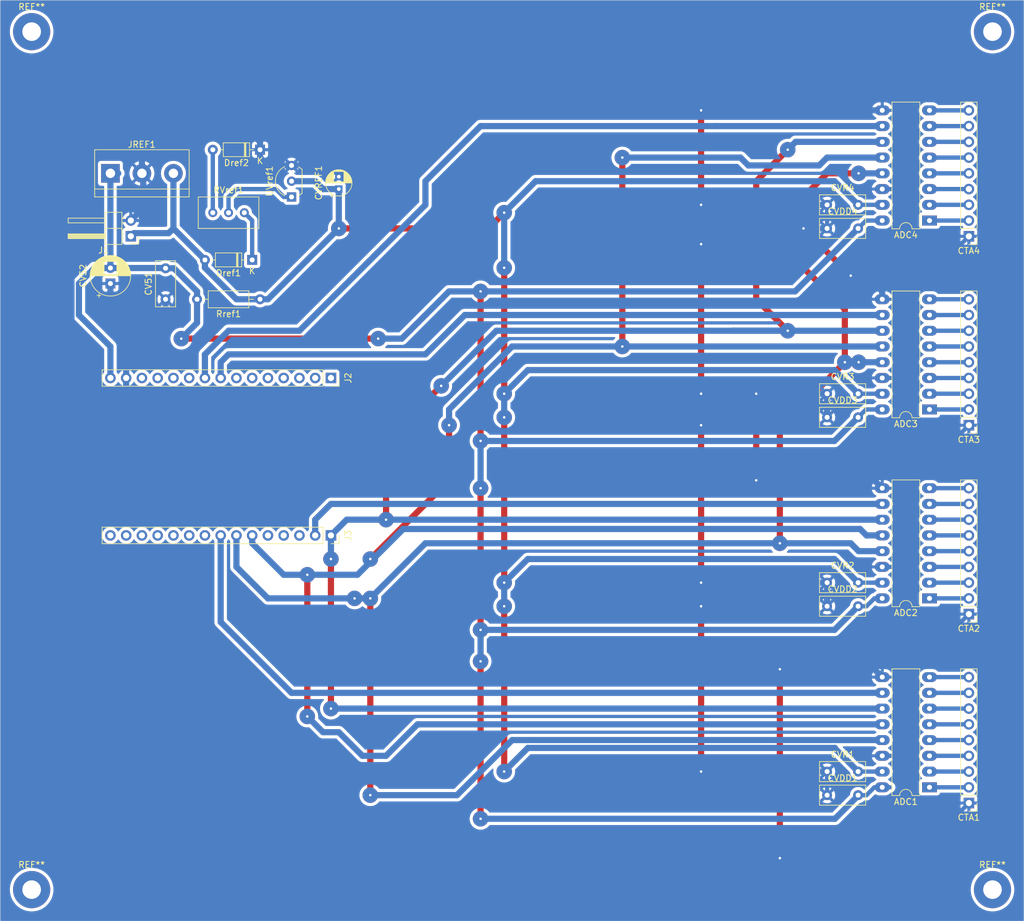
<source format=kicad_pcb>
(kicad_pcb (version 20240108) (generator "pcbnew") (generator_version "8.0")
  (layers (0 "F.Cu" signal) (31 "B.Cu" signal) (34 "B.Paste" user) (35 "F.Paste" user) (36 "B.SilkS" user "B.Silkscreen") (37 "F.SilkS" user "F.Silkscreen") (38 "B.Mask" user) (39 "F.Mask" user) (44 "Edge.Cuts" user))
  (net 0 "")
  (net 1 "/VDD")
  (net 2 "Net-(ADC1-CH7)")
  (net 3 "/Vref")
  (net 4 "Net-(ADC1-CH0)")
  (net 5 "GND")
  (net 6 "Net-(ADC1-CH5)")
  (net 7 "Net-(ADC1-CH3)")
  (net 8 "Net-(ADC1-CH6)")
  (net 9 "Net-(ADC1-CH2)")
  (net 10 "Net-(ADC1-CH1)")
  (net 11 "Net-(ADC1-CH4)")
  (net 12 "Net-(ADC2-CH1)")
  (net 13 "Net-(ADC2-CH6)")
  (net 14 "Net-(ADC2-CH4)")
  (net 15 "/CLK")
  (net 16 "/MISO")
  (net 17 "/MOSI")
  (net 18 "/CS1")
  (net 19 "Net-(ADC2-CH3)")
  (net 20 "Net-(ADC2-CH2)")
  (net 21 "Net-(ADC2-CH5)")
  (net 22 "Net-(ADC2-CH0)")
  (net 23 "Net-(ADC2-CH7)")
  (net 24 "Net-(ADC3-CH0)")
  (net 25 "/CS2")
  (net 26 "Net-(ADC3-CH5)")
  (net 27 "Net-(ADC3-CH3)")
  (net 28 "Net-(ADC3-CH2)")
  (net 29 "Net-(ADC3-CH6)")
  (net 30 "Net-(ADC3-CH1)")
  (net 31 "Net-(ADC3-CH7)")
  (net 32 "Net-(ADC3-CH4)")
  (net 33 "Net-(ADC4-CH0)")
  (net 34 "/CS3")
  (net 35 "Net-(ADC4-CH5)")
  (net 36 "Net-(ADC4-CH1)")
  (net 37 "Net-(ADC4-CH2)")
  (net 38 "Net-(ADC4-CH7)")
  (net 39 "Net-(ADC4-CH6)")
  (net 40 "Net-(ADC4-CH4)")
  (net 41 "Net-(ADC4-CH3)")
  (net 42 "Net-(Dref1-K)")
  (net 43 "/CS4")
  (net 44 "Net-(Dref2-A)")
  (net 66 "Net-(UVref1-ADJ)")
  (footprint "Package_DIP:DIP-16_W7.62mm_LongPads" (layer "F.Cu") (at 170.18 140.97 180)
    (property "Reference" "ADC1")
    (property "Value" "MCP3208")
  )
  (footprint "Capacitor_THT:C_Rect_L7.2mm_W3.0mm_P5.00mm_FKS2_FKP2_MKS2_MKP2" (layer "F.Cu") (at 46.99 62.23 90)
    (property "Reference" "CV51")
    (property "Value" "100n")
  )
  (footprint "Connector_PinSocket_2.54mm:PinSocket_1x15_P2.54mm_Vertical" (layer "F.Cu") (at 73.66 74.93 -90)
    (property "Reference" "J2")
    (property "Value" "Conn_01x15_Female")
  )
  (footprint "Connector_PinSocket_2.54mm:PinSocket_1x15_P2.54mm_Vertical" (layer "F.Cu") (at 73.66 100.33 -90)
    (property "Reference" "J3")
    (property "Value" "Conn_01x15_Female")
  )
  (footprint "Potentiometer_THT:Potentiometer_Bourns_3296W_Vertical" (layer "F.Cu") (at 59.69 48.26)
    (property "Reference" "RVref1")
    (property "Value" "R_POT")
  )
  (footprint "Package_TO_SOT_THT:TO-92L_Inline_Wide" (layer "F.Cu") (at 67.31 45.72 90)
    (property "Reference" "UVref1")
    (property "Value" "LM336")
  )
  (footprint "Resistor_THT:R_Axial_DIN0207_L6.3mm_D2.5mm_P10.16mm_Horizontal" (layer "F.Cu") (at 62.23 62.23 180)
    (property "Reference" "Rref1")
    (property "Value" "2.5k")
  )
  (footprint "Diode_THT:D_DO-35_SOD27_P7.62mm_Horizontal" (layer "F.Cu") (at 62.23 38.1 180)
    (property "Reference" "Dref2")
    (property "Value" "1N4148")
  )
  (footprint "Diode_THT:D_DO-35_SOD27_P7.62mm_Horizontal" (layer "F.Cu") (at 60.96 55.88 180)
    (property "Reference" "Dref1")
    (property "Value" "1N4148")
  )
  (footprint "Package_DIP:DIP-16_W7.62mm_LongPads" (layer "F.Cu") (at 170.18 110.49 180)
    (property "Reference" "ADC2")
    (property "Value" "MCP3208")
  )
  (footprint "Package_DIP:DIP-16_W7.62mm_LongPads" (layer "F.Cu") (at 170.18 80.01 180)
    (property "Reference" "ADC3")
    (property "Value" "MCP3208")
  )
  (footprint "Package_DIP:DIP-16_W7.62mm_LongPads" (layer "F.Cu") (at 170.18 49.53 180)
    (property "Reference" "ADC4")
    (property "Value" "MCP3208")
  )
  (footprint "Capacitor_THT:C_Rect_L7.2mm_W3.0mm_P5.00mm_FKS2_FKP2_MKS2_MKP2" (layer "F.Cu") (at 153.67 142.24)
    (property "Reference" "CVDD1")
    (property "Value" "100n")
  )
  (footprint "Capacitor_THT:C_Rect_L7.2mm_W3.0mm_P5.00mm_FKS2_FKP2_MKS2_MKP2" (layer "F.Cu") (at 153.67 111.76)
    (property "Reference" "CVDD2")
    (property "Value" "100n")
  )
  (footprint "Capacitor_THT:C_Rect_L7.2mm_W3.0mm_P5.00mm_FKS2_FKP2_MKS2_MKP2" (layer "F.Cu") (at 153.67 81.28)
    (property "Reference" "CVDD3")
    (property "Value" "100n")
  )
  (footprint "Capacitor_THT:C_Rect_L7.2mm_W3.0mm_P5.00mm_FKS2_FKP2_MKS2_MKP2" (layer "F.Cu") (at 153.67 50.8)
    (property "Reference" "CVDD4")
    (property "Value" "100n")
  )
  (footprint "Capacitor_THT:C_Rect_L7.2mm_W3.0mm_P5.00mm_FKS2_FKP2_MKS2_MKP2" (layer "F.Cu") (at 153.67 107.95)
    (property "Reference" "CVR2")
    (property "Value" "100n")
  )
  (footprint "Capacitor_THT:C_Rect_L7.2mm_W3.0mm_P5.00mm_FKS2_FKP2_MKS2_MKP2" (layer "F.Cu") (at 153.67 77.47)
    (property "Reference" "CVR3")
    (property "Value" "100n")
  )
  (footprint "Capacitor_THT:C_Rect_L7.2mm_W3.0mm_P5.00mm_FKS2_FKP2_MKS2_MKP2" (layer "F.Cu") (at 153.67 46.99)
    (property "Reference" "CVR4")
    (property "Value" "100n")
  )
  (footprint "Capacitor_THT:CP_Radial_D4.0mm_P2.00mm" (layer "F.Cu") (at 74.93 44.45 90)
    (property "Reference" "CVREF1")
    (property "Value" "1u")
  )
  (footprint "Capacitor_THT:C_Rect_L7.2mm_W3.0mm_P5.00mm_FKS2_FKP2_MKS2_MKP2" (layer "F.Cu") (at 153.67 138.43)
    (property "Reference" "CVR1")
    (property "Value" "100n")
  )
  (footprint "TerminalBlock:TerminalBlock_bornier-3_P5.08mm" (layer "F.Cu") (at 38.1 41.91)
    (property "Reference" "JREF1")
    (property "Value" "Conn_01x03")
  )
  (footprint "Connector_PinHeader_2.54mm:PinHeader_1x09_P2.54mm_Vertical" (layer "F.Cu") (at 176.53 143.51 180)
    (property "Reference" "CTA1")
    (property "Value" "Conn_01x09")
  )
  (footprint "Connector_PinHeader_2.54mm:PinHeader_1x09_P2.54mm_Vertical" (layer "F.Cu") (at 176.53 113.03 180)
    (property "Reference" "CTA2")
    (property "Value" "Conn_01x09")
  )
  (footprint "Connector_PinHeader_2.54mm:PinHeader_1x09_P2.54mm_Vertical" (layer "F.Cu") (at 176.53 82.55 180)
    (property "Reference" "CTA3")
    (property "Value" "Conn_01x09")
  )
  (footprint "Connector_PinHeader_2.54mm:PinHeader_1x09_P2.54mm_Vertical" (layer "F.Cu") (at 176.53 52.07 180)
    (property "Reference" "CTA4")
    (property "Value" "Conn_01x09")
  )
  (footprint "Capacitor_THT:CP_Radial_D6.3mm_P2.50mm" (layer "F.Cu") (at 38.1 59.69 90)
    (property "Reference" "CV52")
    (property "Value" "100u")
  )
  (footprint "MountingHole:MountingHole_3mm_Pad" (layer "F.Cu") (at 180.34 157.48)
    (property "Reference" "REF**")
    (property "Value" "MountingHole_3mm_Pad")
  )
  (footprint "MountingHole:MountingHole_3mm_Pad" (layer "F.Cu") (at 180.34 19.05)
    (property "Reference" "REF**")
    (property "Value" "MountingHole_3mm_Pad")
  )
  (footprint "MountingHole:MountingHole_3mm_Pad" (layer "F.Cu") (at 25.4 19.05)
    (property "Reference" "REF**")
    (property "Value" "MountingHole_3mm_Pad")
  )
  (footprint "MountingHole:MountingHole_3mm_Pad" (layer "F.Cu") (at 25.4 157.48)
    (property "Reference" "REF**")
    (property "Value" "MountingHole_3mm_Pad")
  )
  (footprint "Connector_PinHeader_2.54mm:PinHeader_1x02_P2.54mm_Horizontal" (layer "F.Cu") (at 41.39 52.06 180)
    (property "Reference" "J1")
    (property "Value" "Conn_01x02")
  )
  (gr_rect (start 20.32 13.97) (end 185.42 162.56) (stroke (width 0.05)) (fill none) (layer "Edge.Cuts"))
  (segment (start 97.79 60.96) (end 97.79 85.09) (width 1) (layer "F.Cu") (net 1))
  (segment (start 97.79 120.65) (end 97.79 146.05) (width 1) (layer "F.Cu") (net 1))
  (segment (start 97.79 111.76) (end 97.79 115.57) (width 1) (layer "F.Cu") (net 1))
  (segment (start 49.53 68.58) (end 81.28 68.58) (width 1) (layer "F.Cu") (net 1))
  (segment (start 97.79 92.71) (end 97.79 111.76) (width 1) (layer "F.Cu") (net 1))
  (via (at 97.79 92.71) (size 2.5) (drill 0.4) (layers "F.Cu" "B.Cu") (net 1))
  (via (at 81.28 68.58) (size 2.5) (drill 0.4) (layers "F.Cu" "B.Cu") (net 1))
  (via (at 97.79 85.09) (size 2.5) (drill 0.4) (layers "F.Cu" "B.Cu") (net 1))
  (via (at 97.79 120.65) (size 2.5) (drill 0.4) (layers "F.Cu" "B.Cu") (net 1))
  (via (at 97.79 146.05) (size 2.5) (drill 0.4) (layers "F.Cu" "B.Cu") (net 1))
  (via (at 49.53 68.58) (size 2.5) (drill 0.4) (layers "F.Cu" "B.Cu") (net 1))
  (via (at 97.79 60.96) (size 2.5) (drill 0.4) (layers "F.Cu" "B.Cu") (net 1))
  (via (at 97.79 115.57) (size 2.5) (drill 0.4) (layers "F.Cu" "B.Cu") (net 1))
  (segment (start 52.07 66.04) (end 49.53 68.58) (width 1) (layer "B.Cu") (net 1))
  (segment (start 159.94 80.01) (end 158.67 81.28) (width 0.7) (layer "B.Cu") (net 1))
  (segment (start 38.1 43.18) (end 39.37 41.91) (width 1) (layer "B.Cu") (net 1))
  (segment (start 48.34 57.23) (end 52.07 60.96) (width 1) (layer "B.Cu") (net 1))
  (segment (start 97.79 60.96) (end 148.51 60.96) (width 1) (layer "B.Cu") (net 1))
  (segment (start 38.1 74.93) (end 38.1 69.85) (width 1) (layer "B.Cu") (net 1))
  (segment (start 33.02 64.77) (end 33.02 59.69) (width 1) (layer "B.Cu") (net 1))
  (segment (start 52.07 62.23) (end 52.07 66.04) (width 1) (layer "B.Cu") (net 1))
  (segment (start 81.28 68.58) (end 85.09 68.58) (width 1) (layer "B.Cu") (net 1))
  (segment (start 52.07 60.96) (end 52.07 62.23) (width 1) (layer "B.Cu") (net 1))
  (segment (start 154.86 115.57) (end 158.67 111.76) (width 1) (layer "B.Cu") (net 1))
  (segment (start 162.56 49.53) (end 159.94 49.53) (width 0.7) (layer "B.Cu") (net 1))
  (segment (start 46.99 57.23) (end 48.34 57.23) (width 1) (layer "B.Cu") (net 1))
  (segment (start 97.79 85.09) (end 97.79 92.71) (width 1) (layer "B.Cu") (net 1))
  (segment (start 148.51 60.96) (end 158.67 50.8) (width 1) (layer "B.Cu") (net 1))
  (segment (start 162.56 110.49) (end 161.29 110.49) (width 0.7) (layer "B.Cu") (net 1))
  (segment (start 162.56 80.01) (end 159.94 80.01) (width 0.7) (layer "B.Cu") (net 1))
  (segment (start 92.71 60.96) (end 97.79 60.96) (width 1) (layer "B.Cu") (net 1))
  (segment (start 154.86 85.09) (end 158.67 81.28) (width 1) (layer "B.Cu") (net 1))
  (segment (start 161.29 110.49) (end 160.02 111.76) (width 0.7) (layer "B.Cu") (net 1))
  (segment (start 160.02 111.76) (end 158.67 111.76) (width 0.7) (layer "B.Cu") (net 1))
  (segment (start 97.79 115.57) (end 154.86 115.57) (width 1) (layer "B.Cu") (net 1))
  (segment (start 85.09 68.58) (end 92.71 60.96) (width 1) (layer "B.Cu") (net 1))
  (segment (start 38.1 69.85) (end 33.02 64.77) (width 1) (layer "B.Cu") (net 1))
  (segment (start 38.1 57.19) (end 38.1 41.91) (width 1) (layer "B.Cu") (net 1))
  (segment (start 46.95 57.19) (end 46.99 57.23) (width 1) (layer "B.Cu") (net 1))
  (segment (start 159.94 49.53) (end 158.67 50.8) (width 0.7) (layer "B.Cu") (net 1))
  (segment (start 97.79 146.05) (end 154.94 146.05) (width 1) (layer "B.Cu") (net 1))
  (segment (start 158.67 142.32) (end 158.67 142.24) (width 1) (layer "B.Cu") (net 1))
  (segment (start 163.83 140.97) (end 162.56 140.97) (width 0.7) (layer "B.Cu") (net 1))
  (segment (start 161.29 140.97) (end 160.02 142.24) (width 0.7) (layer "B.Cu") (net 1))
  (segment (start 97.79 85.09) (end 154.86 85.09) (width 1) (layer "B.Cu") (net 1))
  (segment (start 154.94 146.05) (end 158.67 142.32) (width 1) (layer "B.Cu") (net 1))
  (segment (start 97.79 115.57) (end 97.79 120.65) (width 1) (layer "B.Cu") (net 1))
  (segment (start 33.02 59.69) (end 35.52 57.19) (width 1) (layer "B.Cu") (net 1))
  (segment (start 38.1 57.19) (end 46.95 57.19) (width 1) (layer "B.Cu") (net 1))
  (segment (start 35.52 57.19) (end 38.1 57.19) (width 1) (layer "B.Cu") (net 1))
  (segment (start 162.56 140.97) (end 161.29 140.97) (width 0.7) (layer "B.Cu") (net 1))
  (segment (start 160.02 142.24) (end 158.67 142.24) (width 0.7) (layer "B.Cu") (net 1))
  (segment (start 170.18 123.19) (end 176.53 123.19) (width 0.7) (layer "B.Cu") (net 2))
  (segment (start 74.93 50.8) (end 99.06 50.8) (width 1) (layer "F.Cu") (net 3))
  (segment (start 101.6 111.76) (end 101.6 138.43) (width 1) (layer "F.Cu") (net 3))
  (segment (start 101.6 57.15) (end 101.6 77.47) (width 1) (layer "F.Cu") (net 3))
  (segment (start 101.6 81.28) (end 101.6 107.95) (width 1) (layer "F.Cu") (net 3))
  (segment (start 99.06 50.8) (end 101.6 48.26) (width 1) (layer "F.Cu") (net 3))
  (via (at 101.6 48.26) (size 2.5) (drill 0.4) (layers "F.Cu" "B.Cu") (net 3))
  (via (at 101.6 81.28) (size 2.5) (drill 0.4) (layers "F.Cu" "B.Cu") (net 3))
  (via (at 101.6 57.15) (size 2.5) (drill 0.4) (layers "F.Cu" "B.Cu") (net 3))
  (via (at 101.6 77.47) (size 2.5) (drill 0.4) (layers "F.Cu" "B.Cu") (net 3))
  (via (at 101.6 111.76) (size 2.5) (drill 0.4) (layers "F.Cu" "B.Cu") (net 3))
  (via (at 101.6 107.95) (size 2.5) (drill 0.4) (layers "F.Cu" "B.Cu") (net 3))
  (via (at 74.93 50.8) (size 2.5) (drill 0.4) (layers "F.Cu" "B.Cu") (net 3))
  (via (at 101.6 138.43) (size 2.5) (drill 0.4) (layers "F.Cu" "B.Cu") (net 3))
  (segment (start 101.6 48.26) (end 101.6 57.15) (width 1) (layer "B.Cu") (net 3))
  (segment (start 41.89 51.56) (end 47.5 51.56) (width 1) (layer "B.Cu") (net 3))
  (segment (start 53.34 55.88) (end 48.26 50.8) (width 1) (layer "B.Cu") (net 3))
  (segment (start 154.94 134.7) (end 158.67 138.43) (width 1) (layer "B.Cu") (net 3))
  (segment (start 47.5 51.56) (end 48.26 50.8) (width 1) (layer "B.Cu") (net 3))
  (segment (start 71.12 43.18) (end 72.39 44.45) (width 1) (layer "B.Cu") (net 3))
  (segment (start 105.41 134.62) (end 154.94 134.62) (width 1) (layer "B.Cu") (net 3))
  (segment (start 101.6 107.95) (end 105.41 104.14) (width 1) (layer "B.Cu") (net 3))
  (segment (start 101.6 77.47) (end 105.41 73.66) (width 1) (layer "B.Cu") (net 3))
  (segment (start 105.41 73.66) (end 154.86 73.66) (width 1) (layer "B.Cu") (net 3))
  (segment (start 62.23 62.23) (end 58.42 62.23) (width 1) (layer "B.Cu") (net 3))
  (segment (start 154.86 73.66) (end 158.67 77.47) (width 1) (layer "B.Cu") (net 3))
  (segment (start 101.6 107.95) (end 101.6 111.76) (width 1) (layer "B.Cu") (net 3))
  (segment (start 53.34 57.15) (end 53.34 55.88) (width 1) (layer "B.Cu") (net 3))
  (segment (start 162.56 107.95) (end 161.29 107.95) (width 0.7) (layer "B.Cu") (net 3))
  (segment (start 105.41 104.14) (end 154.86 104.14) (width 1) (layer "B.Cu") (net 3))
  (segment (start 74.93 44.45) (end 74.93 50.8) (width 1) (layer "B.Cu") (net 3))
  (segment (start 161.29 107.95) (end 158.67 107.95) (width 0.7) (layer "B.Cu") (net 3))
  (segment (start 48.26 50.8) (end 48.26 41.91) (width 1) (layer "B.Cu") (net 3))
  (segment (start 63.5 62.23) (end 62.23 62.23) (width 1) (layer "B.Cu") (net 3))
  (segment (start 41.39 52.06) (end 41.89 51.56) (width 1) (layer "B.Cu") (net 3))
  (segment (start 58.42 62.23) (end 53.34 57.15) (width 1) (layer "B.Cu") (net 3))
  (segment (start 74.93 50.8) (end 63.5 62.23) (width 1) (layer "B.Cu") (net 3))
  (segment (start 72.39 44.45) (end 74.93 44.45) (width 1) (layer "B.Cu") (net 3))
  (segment (start 154.86 43.18) (end 158.67 46.99) (width 1) (layer "B.Cu") (net 3))
  (segment (start 106.68 43.18) (end 154.86 43.18) (width 1) (layer "B.Cu") (net 3))
  (segment (start 101.6 138.43) (end 105.41 134.62) (width 1) (layer "B.Cu") (net 3))
  (segment (start 154.86 104.14) (end 158.67 107.95) (width 1) (layer "B.Cu") (net 3))
  (segment (start 67.31 43.18) (end 71.12 43.18) (width 1) (layer "B.Cu") (net 3))
  (segment (start 162.56 46.99) (end 158.67 46.99) (width 0.7) (layer "B.Cu") (net 3))
  (segment (start 162.56 77.47) (end 158.67 77.47) (width 0.7) (layer "B.Cu") (net 3))
  (segment (start 101.6 48.26) (end 106.68 43.18) (width 1) (layer "B.Cu") (net 3))
  (segment (start 162.56 138.43) (end 158.67 138.43) (width 0.7) (layer "B.Cu") (net 3))
  (segment (start 101.6 77.47) (end 101.6 81.28) (width 1) (layer "B.Cu") (net 3))
  (segment (start 154.94 134.62) (end 154.94 134.7) (width 1) (layer "B.Cu") (net 3))
  (segment (start 176.53 140.97) (end 170.18 140.97) (width 0.7) (layer "B.Cu") (net 4))
  (segment (start 133.35 31.75) (end 133.35 46.99) (width 1) (layer "F.Cu") (net 5))
  (segment (start 142.24 77.47) (end 142.24 91.44) (width 1) (layer "F.Cu") (net 5))
  (segment (start 133.35 82.55) (end 133.35 91.44) (width 1) (layer "F.Cu") (net 5))
  (segment (start 133.35 91.44) (end 133.35 107.95) (width 1) (layer "F.Cu") (net 5))
  (segment (start 149.86 50.8) (end 157.48 58.42) (width 1) (layer "F.Cu") (net 5))
  (segment (start 146.05 152.4) (end 146.05 121.92) (width 1) (layer "F.Cu") (net 5))
  (segment (start 133.35 53.34) (end 133.35 77.47) (width 1) (layer "F.Cu") (net 5))
  (segment (start 133.35 111.76) (end 133.35 138.43) (width 1) (layer "F.Cu") (net 5))
  (via (at 133.35 111.76) (size 2.5) (drill 0.4) (layers "F.Cu" "B.Cu") (net 5))
  (via (at 133.35 77.47) (size 2.5) (drill 0.4) (layers "F.Cu" "B.Cu") (net 5))
  (via (at 142.24 91.44) (size 2.5) (drill 0.4) (layers "F.Cu" "B.Cu") (net 5))
  (via (at 157.48 58.42) (size 2.5) (drill 0.4) (layers "F.Cu" "B.Cu") (net 5))
  (via (at 133.35 53.34) (size 2.5) (drill 0.4) (layers "F.Cu" "B.Cu") (net 5))
  (via (at 149.86 50.8) (size 2.5) (drill 0.4) (layers "F.Cu" "B.Cu") (net 5))
  (via (at 133.35 46.99) (size 2.5) (drill 0.4) (layers "F.Cu" "B.Cu") (net 5))
  (via (at 133.35 82.55) (size 2.5) (drill 0.4) (layers "F.Cu" "B.Cu") (net 5))
  (via (at 133.35 31.75) (size 2.5) (drill 0.4) (layers "F.Cu" "B.Cu") (net 5))
  (via (at 133.35 138.43) (size 2.5) (drill 0.4) (layers "F.Cu" "B.Cu") (net 5))
  (via (at 146.05 152.4) (size 2.5) (drill 0.4) (layers "F.Cu" "B.Cu") (net 5))
  (via (at 133.35 107.95) (size 2.5) (drill 0.4) (layers "F.Cu" "B.Cu") (net 5))
  (via (at 146.05 121.92) (size 2.5) (drill 0.4) (layers "F.Cu" "B.Cu") (net 5))
  (via (at 142.24 77.47) (size 2.5) (drill 0.4) (layers "F.Cu" "B.Cu") (net 5))
  (segment (start 40.64 74.93) (end 40.64 71.12) (width 1) (layer "B.Cu") (net 5))
  (segment (start 31.819991 76.269991) (end 31.819991 82.480009) (width 1) (layer "B.Cu") (net 5))
  (segment (start 62.23 38.1) (end 62.23 39.37) (width 1) (layer "B.Cu") (net 5))
  (segment (start 41.39 49.52) (end 43.39 47.52) (width 1) (layer "B.Cu") (net 5))
  (segment (start 167.64 146.05) (end 166.37 144.78) (width 0.7) (layer "B.Cu") (net 5))
  (segment (start 40.64 71.12) (end 46.99 64.77) (width 1) (layer "B.Cu") (net 5))
  (segment (start 133.35 107.95) (end 133.35 111.76) (width 1) (layer "B.Cu") (net 5))
  (segment (start 44.45 35.56) (end 60.96 35.56) (width 1) (layer "B.Cu") (net 5))
  (segment (start 35.56 80.01) (end 31.819991 76.269991) (width 1) (layer "B.Cu") (net 5))
  (segment (start 173.99 115.57) (end 167.64 115.57) (width 0.7) (layer "B.Cu") (net 5))
  (segment (start 43.18 41.91) (end 43.18 35.56) (width 1) (layer "B.Cu") (net 5))
  (segment (start 153.67 142.24) (end 153.67 138.43) (width 0.7) (layer "B.Cu") (net 5))
  (segment (start 142.24 91.44) (end 161.29 91.44) (width 1) (layer "B.Cu") (net 5))
  (segment (start 167.64 54.61) (end 166.37 53.34) (width 0.7) (layer "B.Cu") (net 5))
  (segment (start 176.53 82.55) (end 173.99 85.09) (width 0.7) (layer "B.Cu") (net 5))
  (segment (start 67.31 40.64) (end 73.66 40.64) (width 1) (layer "B.Cu") (net 5))
  (segment (start 166.37 106.68) (end 165.1 105.41) (width 0.7) (layer "B.Cu") (net 5))
  (segment (start 38.1 62.23) (end 38.1 59.69) (width 1) (layer "B.Cu") (net 5))
  (segment (start 81.28 152.4) (end 146.05 152.4) (width 1) (layer "B.Cu") (net 5))
  (segment (start 46.99 64.77) (end 46.99 62.23) (width 1) (layer "B.Cu") (net 5))
  (segment (start 166.37 144.78) (end 166.37 137.16) (width 0.7) (layer "B.Cu") (net 5))
  (segment (start 166.37 45.72) (end 165.1 44.45) (width 0.7) (layer "B.Cu") (net 5))
  (segment (start 166.37 53.34) (end 166.37 45.72) (width 0.7) (layer "B.Cu") (net 5))
  (segment (start 43.39 42.12) (end 43.18 41.91) (width 1) (layer "B.Cu") (net 5))
  (segment (start 31.819991 76.269991) (end 31.819991 39.300009) (width 1) (layer "B.Cu") (net 5))
  (segment (start 165.1 105.41) (end 162.56 105.41) (width 0.7) (layer "B.Cu") (net 5))
  (segment (start 162.56 60.96) (end 162.56 62.23) (width 1) (layer "B.Cu") (net 5))
  (segment (start 161.29 91.44) (end 162.56 92.71) (width 1) (layer "B.Cu") (net 5))
  (segment (start 166.37 114.3) (end 166.37 106.68) (width 0.7) (layer "B.Cu") (net 5))
  (segment (start 74.93 41.91) (end 74.93 42.45) (width 1) (layer "B.Cu") (net 5))
  (segment (start 35.56 35.56) (end 43.18 35.56) (width 1) (layer "B.Cu") (net 5))
  (segment (start 176.53 143.51) (end 173.99 146.05) (width 0.7) (layer "B.Cu") (net 5))
  (segment (start 153.67 81.28) (end 153.67 77.47) (width 1) (layer "B.Cu") (net 5))
  (segment (start 167.64 115.57) (end 166.37 114.3) (width 0.7) (layer "B.Cu") (net 5))
  (segment (start 31.819991 39.300009) (end 35.56 35.56) (width 1) (layer "B.Cu") (net 5))
  (segment (start 161.29 121.92) (end 162.56 123.19) (width 1) (layer "B.Cu") (net 5))
  (segment (start 39.37 80.01) (end 35.56 80.01) (width 1) (layer "B.Cu") (net 5))
  (segment (start 31.75 100.33) (end 31.75 102.87) (width 1) (layer "B.Cu") (net 5))
  (segment (start 176.53 52.07) (end 173.99 54.61) (width 0.7) (layer "B.Cu") (net 5))
  (segment (start 173.99 85.09) (end 167.64 85.09) (width 0.7) (layer "B.Cu") (net 5))
  (segment (start 60.96 35.56) (end 62.23 36.83) (width 1) (layer "B.Cu") (net 5))
  (segment (start 40.64 64.77) (end 38.1 62.23) (width 1) (layer "B.Cu") (net 5))
  (segment (start 133.35 46.99) (end 153.67 46.99) (width 1) (layer "B.Cu") (net 5))
  (segment (start 40.64 74.93) (end 40.64 78.74) (width 1) (layer "B.Cu") (net 5))
  (segment (start 133.35 77.47) (end 142.24 77.47) (width 1) (layer "B.Cu") (net 5))
  (segment (start 87.63 31.75) (end 133.35 31.75) (width 1) (layer "B.Cu") (net 5))
  (segment (start 31.819991 82.480009) (end 31.75 82.55) (width 1) (layer "B.Cu") (net 5))
  (segment (start 43.18 35.56) (end 44.45 35.56) (width 1) (layer "B.Cu") (net 5))
  (segment (start 165.1 135.89) (end 162.56 135.89) (width 0.7) (layer "B.Cu") (net 5))
  (segment (start 133.35 138.43) (end 153.67 138.43) (width 1) (layer "B.Cu") (net 5))
  (segment (start 43.39 47.52) (end 43.39 42.12) (width 1) (layer "B.Cu") (net 5))
  (segment (start 166.37 83.82) (end 166.37 76.2) (width 0.7) (layer "B.Cu") (net 5))
  (segment (start 166.37 76.2) (end 165.1 74.93) (width 0.7) (layer "B.Cu") (net 5))
  (segment (start 142.24 77.47) (end 153.67 77.47) (width 1) (layer "B.Cu") (net 5))
  (segment (start 40.64 71.12) (end 40.64 64.77) (width 1) (layer "B.Cu") (net 5))
  (segment (start 176.53 113.03) (end 173.99 115.57) (width 0.7) (layer "B.Cu") (net 5))
  (segment (start 157.48 58.42) (end 160.02 58.42) (width 1) (layer "B.Cu") (net 5))
  (segment (start 153.67 50.8) (end 153.67 46.99) (width 0.7) (layer "B.Cu") (net 5))
  (segment (start 160.02 58.42) (end 162.56 60.96) (width 1) (layer "B.Cu") (net 5))
  (segment (start 31.75 102.87) (end 81.28 152.4) (width 1) (layer "B.Cu") (net 5))
  (segment (start 173.99 54.61) (end 167.64 54.61) (width 0.7) (layer "B.Cu") (net 5))
  (segment (start 153.67 107.95) (end 153.67 111.76) (width 1) (layer "B.Cu") (net 5))
  (segment (start 62.23 39.37) (end 63.5 40.64) (width 1) (layer "B.Cu") (net 5))
  (segment (start 133.35 46.99) (end 133.35 53.34) (width 1) (layer "B.Cu") (net 5))
  (segment (start 165.1 74.93) (end 162.56 74.93) (width 0.7) (layer "B.Cu") (net 5))
  (segment (start 133.35 107.95) (end 153.67 107.95) (width 1) (layer "B.Cu") (net 5))
  (segment (start 153.67 50.8) (end 149.86 50.8) (width 1) (layer "B.Cu") (net 5))
  (segment (start 74.93 42.45) (end 76.93 42.45) (width 1) (layer "B.Cu") (net 5))
  (segment (start 73.66 40.64) (end 74.93 41.91) (width 1) (layer "B.Cu") (net 5))
  (segment (start 62.23 36.83) (end 62.23 38.1) (width 1) (layer "B.Cu") (net 5))
  (segment (start 76.93 42.45) (end 87.63 31.75) (width 1) (layer "B.Cu") (net 5))
  (segment (start 31.75 82.55) (end 31.75 100.33) (width 1) (layer "B.Cu") (net 5))
  (segment (start 133.35 31.75) (end 162.56 31.75) (width 1) (layer "B.Cu") (net 5))
  (segment (start 63.5 40.64) (end 67.31 40.64) (width 1) (layer "B.Cu") (net 5))
  (segment (start 173.99 146.05) (end 167.64 146.05) (width 0.7) (layer "B.Cu") (net 5))
  (segment (start 165.1 44.45) (end 162.56 44.45) (width 0.7) (layer "B.Cu") (net 5))
  (segment (start 133.35 77.47) (end 133.35 82.55) (width 1) (layer "B.Cu") (net 5))
  (segment (start 167.64 85.09) (end 166.37 83.82) (width 0.7) (layer "B.Cu") (net 5))
  (segment (start 166.37 137.16) (end 165.1 135.89) (width 0.7) (layer "B.Cu") (net 5))
  (segment (start 146.05 121.92) (end 161.29 121.92) (width 1) (layer "B.Cu") (net 5))
  (segment (start 40.64 78.74) (end 39.37 80.01) (width 1) (layer "B.Cu") (net 5))
  (segment (start 170.18 128.27) (end 176.53 128.27) (width 0.7) (layer "B.Cu") (net 6))
  (segment (start 170.18 133.35) (end 176.53 133.35) (width 0.7) (layer "B.Cu") (net 7))
  (segment (start 170.18 125.73) (end 176.53 125.73) (width 0.7) (layer "B.Cu") (net 8))
  (segment (start 170.18 135.89) (end 176.53 135.89) (width 0.7) (layer "B.Cu") (net 9))
  (segment (start 170.18 138.43) (end 176.53 138.43) (width 0.7) (layer "B.Cu") (net 10))
  (segment (start 170.18 130.81) (end 176.53 130.81) (width 0.7) (layer "B.Cu") (net 11))
  (segment (start 170.18 107.95) (end 176.53 107.95) (width 0.7) (layer "B.Cu") (net 12))
  (segment (start 170.18 95.25) (end 176.53 95.25) (width 0.7) (layer "B.Cu") (net 13))
  (segment (start 170.18 100.33) (end 176.53 100.33) (width 0.7) (layer "B.Cu") (net 14))
  (segment (start 153.67 41.91) (end 146.05 49.53) (width 1) (layer "F.Cu") (net 15))
  (segment (start 80.01 130.81) (end 80.01 132.08) (width 1) (layer "F.Cu") (net 15))
  (segment (start 156.529998 63.819998) (end 151.13 58.42) (width 1) (layer "F.Cu") (net 15))
  (segment (start 146.05 82.869998) (end 156.529998 72.39) (width 1) (layer "F.Cu") (net 15))
  (segment (start 151.13 58.42) (end 149.86 57.15) (width 1) (layer "F.Cu") (net 15))
  (segment (start 156.529998 72.39) (end 158.75 72.39) (width 1) (layer "F.Cu") (net 15))
  (segment (start 80.01 142.24) (end 80.01 130.81) (width 1) (layer "F.Cu") (net 15))
  (segment (start 146.05 53.34) (end 151.13 58.42) (width 1) (layer "F.Cu") (net 15))
  (segment (start 158.75 41.91) (end 153.67 41.91) (width 1) (layer "F.Cu") (net 15))
  (segment (start 156.529998 72.39) (end 156.529998 63.819998) (width 1) (layer "F.Cu") (net 15))
  (segment (start 146.05 101.6) (end 146.05 82.869998) (width 1) (layer "F.Cu") (net 15))
  (segment (start 146.05 49.53) (end 146.05 53.34) (width 1) (layer "F.Cu") (net 15))
  (segment (start 80.01 110.49) (end 80.01 130.81) (width 1) (layer "F.Cu") (net 15))
  (via (at 158.75 72.39) (size 2.5) (drill 0.4) (layers "F.Cu" "B.Cu") (net 15))
  (via (at 158.75 41.91) (size 2.5) (drill 0.4) (layers "F.Cu" "B.Cu") (net 15))
  (via (at 77.47 110.49) (size 2.5) (drill 0.4) (layers "F.Cu" "B.Cu") (net 15))
  (via (at 156.529998 72.39) (size 2.5) (drill 0.4) (layers "F.Cu" "B.Cu") (net 15))
  (via (at 80.01 142.24) (size 2.5) (drill 0.4) (layers "F.Cu" "B.Cu") (net 15))
  (via (at 146.05 101.6) (size 2.5) (drill 0.4) (layers "F.Cu" "B.Cu") (net 15))
  (via (at 80.01 110.49) (size 2.5) (drill 0.4) (layers "F.Cu" "B.Cu") (net 15))
  (segment (start 58.42 105.41) (end 63.5 110.49) (width 1) (layer "B.Cu") (net 15))
  (segment (start 88.9 101.6) (end 146.05 101.6) (width 1) (layer "B.Cu") (net 15))
  (segment (start 93.98 142.24) (end 102.87 133.35) (width 1) (layer "B.Cu") (net 15))
  (segment (start 158.75 102.87) (end 162.56 102.87) (width 1) (layer "B.Cu") (net 15))
  (segment (start 146.05 101.6) (end 157.48 101.6) (width 1) (layer "B.Cu") (net 15))
  (segment (start 158.75 41.91) (end 162.56 41.91) (width 1) (layer "B.Cu") (net 15))
  (segment (start 77.47 110.49) (end 80.01 110.49) (width 1) (layer "B.Cu") (net 15))
  (segment (start 80.01 110.49) (end 88.9 101.6) (width 1) (layer "B.Cu") (net 15))
  (segment (start 80.01 142.24) (end 93.98 142.24) (width 1) (layer "B.Cu") (net 15))
  (segment (start 158.75 72.39) (end 162.56 72.39) (width 1) (layer "B.Cu") (net 15))
  (segment (start 157.48 101.6) (end 158.75 102.87) (width 1) (layer "B.Cu") (net 15))
  (segment (start 63.5 110.49) (end 77.47 110.49) (width 1) (layer "B.Cu") (net 15))
  (segment (start 58.42 100.33) (end 58.42 105.41) (width 1) (layer "B.Cu") (net 15))
  (segment (start 102.87 133.35) (end 162.56 133.35) (width 1) (layer "B.Cu") (net 15))
  (segment (start 92.71 91.44) (end 92.71 82.55) (width 1) (layer "F.Cu") (net 16))
  (segment (start 69.85 106.68) (end 69.85 129.54) (width 1) (layer "F.Cu") (net 16))
  (segment (start 84.500001 99.649999) (end 92.71 91.44) (width 1) (layer "F.Cu") (net 16))
  (segment (start 80.01 104.14) (end 84.500001 99.649999) (width 1) (layer "F.Cu") (net 16))
  (segment (start 120.65 69.85) (end 120.65 39.37) (width 1) (layer "F.Cu") (net 16))
  (via (at 120.65 39.37) (size 2.5) (drill 0.4) (layers "F.Cu" "B.Cu") (net 16))
  (via (at 92.71 82.55) (size 2.5) (drill 0.4) (layers "F.Cu" "B.Cu") (net 16))
  (via (at 80.01 104.14) (size 2.5) (drill 0.4) (layers "F.Cu" "B.Cu") (net 16))
  (via (at 69.85 129.54) (size 2.5) (drill 0.4) (layers "F.Cu" "B.Cu") (net 16))
  (via (at 120.65 69.85) (size 2.5) (drill 0.4) (layers "F.Cu" "B.Cu") (net 16))
  (via (at 69.85 106.68) (size 2.5) (drill 0.4) (layers "F.Cu" "B.Cu") (net 16))
  (segment (start 74.93 132.08) (end 78.74 135.89) (width 1) (layer "B.Cu") (net 16))
  (segment (start 82.55 135.89) (end 87.63 130.81) (width 1) (layer "B.Cu") (net 16))
  (segment (start 69.85 106.68) (end 77.93002 106.68) (width 1) (layer "B.Cu") (net 16))
  (segment (start 152.4 40.64) (end 153.67 39.37) (width 1) (layer "B.Cu") (net 16))
  (segment (start 87.63 130.81) (end 162.56 130.81) (width 1) (layer "B.Cu") (net 16))
  (segment (start 77.93002 106.68) (end 80.24001 104.37001) (width 1) (layer "B.Cu") (net 16))
  (segment (start 60.96 101.6) (end 66.04 106.68) (width 1) (layer "B.Cu") (net 16))
  (segment (start 102.87 69.85) (end 120.65 69.85) (width 1) (layer "B.Cu") (net 16))
  (segment (start 69.85 129.54) (end 72.39 132.08) (width 1) (layer "B.Cu") (net 16))
  (segment (start 72.39 132.08) (end 74.93 132.08) (width 1) (layer "B.Cu") (net 16))
  (segment (start 161.29 69.85) (end 162.56 69.85) (width 0.7) (layer "B.Cu") (net 16))
  (segment (start 60.96 100.33) (end 60.96 101.6) (width 1) (layer "B.Cu") (net 16))
  (segment (start 140.97 40.64) (end 152.4 40.64) (width 1) (layer "B.Cu") (net 16))
  (segment (start 66.04 106.68) (end 69.85 106.68) (width 1) (layer "B.Cu") (net 16))
  (segment (start 120.65 39.37) (end 139.7 39.37) (width 1) (layer "B.Cu") (net 16))
  (segment (start 80.24001 104.37001) (end 85.32001 99.29001) (width 1) (layer "B.Cu") (net 16))
  (segment (start 153.67 39.37) (end 162.56 39.37) (width 1) (layer "B.Cu") (net 16))
  (segment (start 139.7 39.37) (end 140.97 40.64) (width 1) (layer "B.Cu") (net 16))
  (segment (start 92.71 82.55) (end 92.71 80.01) (width 1) (layer "B.Cu") (net 16))
  (segment (start 80.24001 104.37001) (end 80.01 104.14) (width 1) (layer "B.Cu") (net 16))
  (segment (start 78.74 135.89) (end 82.55 135.89) (width 1) (layer "B.Cu") (net 16))
  (segment (start 120.65 69.85) (end 162.56 69.85) (width 1) (layer "B.Cu") (net 16))
  (segment (start 158.98001 99.29001) (end 160.02 100.33) (width 1) (layer "B.Cu") (net 16))
  (segment (start 92.71 80.01) (end 102.87 69.85) (width 1) (layer "B.Cu") (net 16))
  (segment (start 160.02 100.33) (end 162.56 100.33) (width 1) (layer "B.Cu") (net 16))
  (segment (start 85.32001 99.29001) (end 158.98001 99.29001) (width 1) (layer "B.Cu") (net 16))
  (segment (start 142.24 62.23) (end 142.24 43.18) (width 1) (layer "F.Cu") (net 17))
  (segment (start 73.66 104.14) (end 73.66 128.27) (width 1) (layer "F.Cu") (net 17))
  (segment (start 142.24 43.18) (end 147.32 38.1) (width 1) (layer "F.Cu") (net 17))
  (segment (start 82.55 97.79) (end 82.55 85.09) (width 1) (layer "F.Cu") (net 17))
  (segment (start 82.55 85.09) (end 91.44 76.2) (width 1) (layer "F.Cu") (net 17))
  (segment (start 147.32 67.31) (end 142.24 62.23) (width 1) (layer "F.Cu") (net 17))
  (via (at 82.55 97.79) (size 2.5) (drill 0.4) (layers "F.Cu" "B.Cu") (net 17))
  (via (at 147.32 38.1) (size 2.5) (drill 0.4) (layers "F.Cu" "B.Cu") (net 17))
  (via (at 73.66 128.27) (size 2.5) (drill 0.4) (layers "F.Cu" "B.Cu") (net 17))
  (via (at 91.44 76.2) (size 2.5) (drill 0.4) (layers "F.Cu" "B.Cu") (net 17))
  (via (at 147.32 67.31) (size 2.5) (drill 0.4) (layers "F.Cu" "B.Cu") (net 17))
  (via (at 73.66 104.14) (size 2.5) (drill 0.4) (layers "F.Cu" "B.Cu") (net 17))
  (segment (start 138.43 67.31) (end 147.32 67.31) (width 1) (layer "B.Cu") (net 17))
  (segment (start 100.33 67.31) (end 138.43 67.31) (width 1) (layer "B.Cu") (net 17))
  (segment (start 138.43 67.31) (end 162.56 67.31) (width 1) (layer "B.Cu") (net 17))
  (segment (start 73.66 128.27) (end 162.56 128.27) (width 1) (layer "B.Cu") (net 17))
  (segment (start 73.66 100.33) (end 73.66 104.14) (width 1) (layer "B.Cu") (net 17))
  (segment (start 161.29 67.31) (end 162.56 67.31) (width 0.7) (layer "B.Cu") (net 17))
  (segment (start 82.55 97.79) (end 162.56 97.79) (width 1) (layer "B.Cu") (net 17))
  (segment (start 161.29 36.83) (end 162.56 36.83) (width 0.7) (layer "B.Cu") (net 17))
  (segment (start 147.32 38.1) (end 148.59 36.83) (width 1) (layer "B.Cu") (net 17))
  (segment (start 73.66 100.33) (end 76.2 97.79) (width 1) (layer "B.Cu") (net 17))
  (segment (start 76.2 97.79) (end 82.55 97.79) (width 1) (layer "B.Cu") (net 17))
  (segment (start 148.59 36.83) (end 162.56 36.83) (width 1) (layer "B.Cu") (net 17))
  (segment (start 91.44 76.2) (end 100.33 67.31) (width 1) (layer "B.Cu") (net 17))
  (segment (start 162.56 125.73) (end 67.31 125.73) (width 1) (layer "B.Cu") (net 18))
  (segment (start 67.31 125.73) (end 55.88 114.3) (width 1) (layer "B.Cu") (net 18))
  (segment (start 55.88 114.3) (end 55.88 100.33) (width 1) (layer "B.Cu") (net 18))
  (segment (start 170.18 102.87) (end 176.53 102.87) (width 0.7) (layer "B.Cu") (net 19))
  (segment (start 170.18 105.41) (end 176.53 105.41) (width 0.7) (layer "B.Cu") (net 20))
  (segment (start 170.18 97.79) (end 176.53 97.79) (width 0.7) (layer "B.Cu") (net 21))
  (segment (start 170.18 110.49) (end 176.53 110.49) (width 0.7) (layer "B.Cu") (net 22))
  (segment (start 170.18 92.71) (end 176.53 92.71) (width 0.7) (layer "B.Cu") (net 23))
  (segment (start 176.53 80.01) (end 170.18 80.01) (width 0.7) (layer "B.Cu") (net 24))
  (segment (start 73.66 95.25) (end 71.12 97.79) (width 1) (layer "B.Cu") (net 25))
  (segment (start 71.12 97.79) (end 71.12 100.33) (width 1) (layer "B.Cu") (net 25))
  (segment (start 162.56 95.25) (end 73.66 95.25) (width 1) (layer "B.Cu") (net 25))
  (segment (start 176.53 67.31) (end 170.18 67.31) (width 0.7) (layer "B.Cu") (net 26))
  (segment (start 176.53 72.39) (end 170.18 72.39) (width 0.7) (layer "B.Cu") (net 27))
  (segment (start 176.53 74.93) (end 170.18 74.93) (width 0.7) (layer "B.Cu") (net 28))
  (segment (start 176.53 64.77) (end 170.18 64.77) (width 0.7) (layer "B.Cu") (net 29))
  (segment (start 170.18 77.47) (end 176.53 77.47) (width 0.7) (layer "B.Cu") (net 30))
  (segment (start 176.53 62.23) (end 170.18 62.23) (width 0.7) (layer "B.Cu") (net 31))
  (segment (start 176.53 69.85) (end 170.18 69.85) (width 0.7) (layer "B.Cu") (net 32))
  (segment (start 176.53 49.53) (end 170.18 49.53) (width 0.7) (layer "B.Cu") (net 33))
  (segment (start 57.15 71.12) (end 55.88 72.39) (width 1) (layer "B.Cu") (net 34))
  (segment (start 95.25 64.77) (end 88.9 71.12) (width 1) (layer "B.Cu") (net 34))
  (segment (start 162.56 64.77) (end 95.25 64.77) (width 1) (layer "B.Cu") (net 34))
  (segment (start 55.88 72.39) (end 55.88 74.93) (width 1) (layer "B.Cu") (net 34))
  (segment (start 88.9 71.12) (end 57.15 71.12) (width 1) (layer "B.Cu") (net 34))
  (segment (start 176.53 36.83) (end 170.18 36.83) (width 0.7) (layer "B.Cu") (net 35))
  (segment (start 176.53 46.99) (end 170.18 46.99) (width 0.7) (layer "B.Cu") (net 36))
  (segment (start 176.53 44.45) (end 170.18 44.45) (width 0.7) (layer "B.Cu") (net 37))
  (segment (start 176.53 31.75) (end 170.18 31.75) (width 0.7) (layer "B.Cu") (net 38))
  (segment (start 176.53 34.29) (end 170.18 34.29) (width 0.7) (layer "B.Cu") (net 39))
  (segment (start 176.53 39.37) (end 170.18 39.37) (width 0.7) (layer "B.Cu") (net 40))
  (segment (start 176.53 41.91) (end 170.18 41.91) (width 0.7) (layer "B.Cu") (net 41))
  (segment (start 60.96 55.88) (end 60.96 49.53) (width 0.7) (layer "B.Cu") (net 42))
  (segment (start 60.96 49.53) (end 59.69 48.26) (width 0.7) (layer "B.Cu") (net 42))
  (segment (start 68.58 67.31) (end 88.9 46.99) (width 1) (layer "B.Cu") (net 43))
  (segment (start 53.34 74.93) (end 53.34 71.12) (width 1) (layer "B.Cu") (net 43))
  (segment (start 135.89 34.29) (end 162.56 34.29) (width 1) (layer "B.Cu") (net 43))
  (segment (start 53.34 71.12) (end 57.15 67.31) (width 1) (layer "B.Cu") (net 43))
  (segment (start 88.9 46.99) (end 88.9 43.18) (width 1) (layer "B.Cu") (net 43))
  (segment (start 88.9 43.18) (end 97.79 34.29) (width 1) (layer "B.Cu") (net 43))
  (segment (start 97.79 34.29) (end 135.89 34.29) (width 1) (layer "B.Cu") (net 43))
  (segment (start 57.15 67.31) (end 68.58 67.31) (width 1) (layer "B.Cu") (net 43))
  (segment (start 54.61 48.26) (end 54.61 38.1) (width 0.7) (layer "B.Cu") (net 44))
  (segment (start 64.77 44.45) (end 66.04 45.72) (width 0.7) (layer "B.Cu") (net 66))
  (segment (start 57.15 45.72) (end 58.42 44.45) (width 0.7) (layer "B.Cu") (net 66))
  (segment (start 57.15 48.26) (end 57.15 45.72) (width 0.7) (layer "B.Cu") (net 66))
  (segment (start 66.04 45.72) (end 67.31 45.72) (width 0.7) (layer "B.Cu") (net 66))
  (segment (start 58.42 44.45) (end 64.77 44.45) (width 0.7) (layer "B.Cu") (net 66))
  (zone (net 5) (net_name "GND") (layer "B.Cu") (connect_pads (clearance 0.508)) (min_thickness 0.25) (fill yes (thermal_gap 0.5) (thermal_bridge_width 0.5))
    (polygon (pts (xy 185.42 162.56) (xy 185.42 13.97) (xy 20.32 13.97) (xy 20.32 162.56)))
  )
)
</source>
